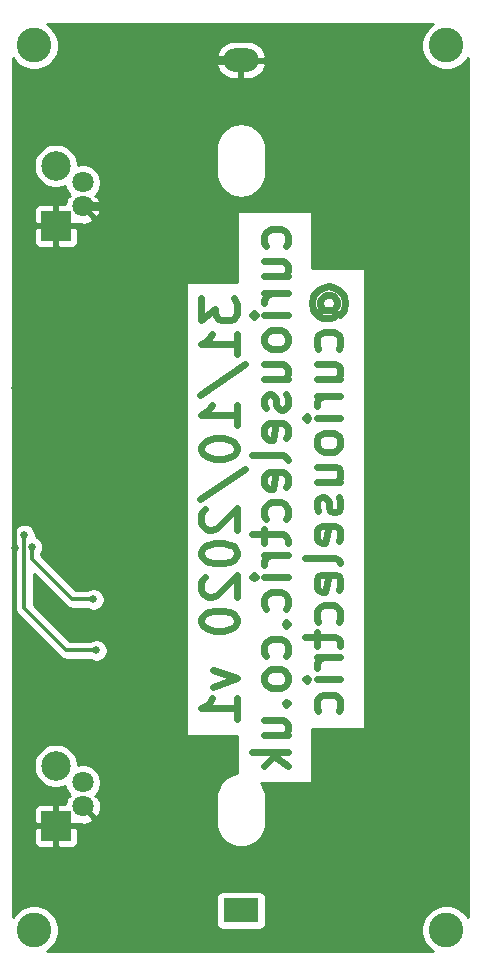
<source format=gbr>
G04 #@! TF.GenerationSoftware,KiCad,Pcbnew,(5.1.0)-1*
G04 #@! TF.CreationDate,2020-11-16T17:57:15+00:00*
G04 #@! TF.ProjectId,SolarCharger2020,536f6c61-7243-4686-9172-676572323032,rev?*
G04 #@! TF.SameCoordinates,PX5d42830PY7b89fa0*
G04 #@! TF.FileFunction,Copper,L2,Bot*
G04 #@! TF.FilePolarity,Positive*
%FSLAX46Y46*%
G04 Gerber Fmt 4.6, Leading zero omitted, Abs format (unit mm)*
G04 Created by KiCad (PCBNEW (5.1.0)-1) date 2020-11-16 17:57:15*
%MOMM*%
%LPD*%
G04 APERTURE LIST*
%ADD10C,0.600000*%
%ADD11R,3.000000X2.000000*%
%ADD12O,3.000000X2.000000*%
%ADD13C,1.800000*%
%ADD14C,2.499360*%
%ADD15R,2.499360X2.499360*%
%ADD16C,2.934700*%
%ADD17C,0.635000*%
%ADD18C,0.300000*%
%ADD19C,0.762000*%
%ADD20C,0.254000*%
G04 APERTURE END LIST*
D10*
X35822142Y52274143D02*
X35822142Y50417000D01*
X36965000Y51417000D01*
X36965000Y50988429D01*
X37107857Y50702715D01*
X37250714Y50559858D01*
X37536428Y50417000D01*
X38250714Y50417000D01*
X38536428Y50559858D01*
X38679285Y50702715D01*
X38822142Y50988429D01*
X38822142Y51845572D01*
X38679285Y52131286D01*
X38536428Y52274143D01*
X38822142Y47559858D02*
X38822142Y49274143D01*
X38822142Y48417000D02*
X35822142Y48417000D01*
X36250714Y48702715D01*
X36536428Y48988429D01*
X36679285Y49274143D01*
X35679285Y44131286D02*
X39536428Y46702715D01*
X38822142Y41559858D02*
X38822142Y43274143D01*
X38822142Y42417000D02*
X35822142Y42417000D01*
X36250714Y42702715D01*
X36536428Y42988429D01*
X36679285Y43274143D01*
X35822142Y39702715D02*
X35822142Y39417000D01*
X35965000Y39131286D01*
X36107857Y38988429D01*
X36393571Y38845572D01*
X36965000Y38702715D01*
X37679285Y38702715D01*
X38250714Y38845572D01*
X38536428Y38988429D01*
X38679285Y39131286D01*
X38822142Y39417000D01*
X38822142Y39702715D01*
X38679285Y39988429D01*
X38536428Y40131286D01*
X38250714Y40274143D01*
X37679285Y40417000D01*
X36965000Y40417000D01*
X36393571Y40274143D01*
X36107857Y40131286D01*
X35965000Y39988429D01*
X35822142Y39702715D01*
X35679285Y35274143D02*
X39536428Y37845572D01*
X36107857Y34417000D02*
X35965000Y34274143D01*
X35822142Y33988429D01*
X35822142Y33274143D01*
X35965000Y32988429D01*
X36107857Y32845572D01*
X36393571Y32702715D01*
X36679285Y32702715D01*
X37107857Y32845572D01*
X38822142Y34559858D01*
X38822142Y32702715D01*
X35822142Y30845572D02*
X35822142Y30559858D01*
X35965000Y30274143D01*
X36107857Y30131286D01*
X36393571Y29988429D01*
X36965000Y29845572D01*
X37679285Y29845572D01*
X38250714Y29988429D01*
X38536428Y30131286D01*
X38679285Y30274143D01*
X38822142Y30559858D01*
X38822142Y30845572D01*
X38679285Y31131286D01*
X38536428Y31274143D01*
X38250714Y31417000D01*
X37679285Y31559858D01*
X36965000Y31559858D01*
X36393571Y31417000D01*
X36107857Y31274143D01*
X35965000Y31131286D01*
X35822142Y30845572D01*
X36107857Y28702715D02*
X35965000Y28559858D01*
X35822142Y28274143D01*
X35822142Y27559858D01*
X35965000Y27274143D01*
X36107857Y27131286D01*
X36393571Y26988429D01*
X36679285Y26988429D01*
X37107857Y27131286D01*
X38822142Y28845572D01*
X38822142Y26988429D01*
X35822142Y25131286D02*
X35822142Y24845572D01*
X35965000Y24559858D01*
X36107857Y24417000D01*
X36393571Y24274143D01*
X36965000Y24131286D01*
X37679285Y24131286D01*
X38250714Y24274143D01*
X38536428Y24417000D01*
X38679285Y24559858D01*
X38822142Y24845572D01*
X38822142Y25131286D01*
X38679285Y25417000D01*
X38536428Y25559858D01*
X38250714Y25702715D01*
X37679285Y25845572D01*
X36965000Y25845572D01*
X36393571Y25702715D01*
X36107857Y25559858D01*
X35965000Y25417000D01*
X35822142Y25131286D01*
X36822142Y20845572D02*
X38822142Y20131286D01*
X36822142Y19417000D01*
X38822142Y16702715D02*
X38822142Y18417000D01*
X38822142Y17559858D02*
X35822142Y17559858D01*
X36250714Y17845572D01*
X36536428Y18131286D01*
X36679285Y18417000D01*
X42997285Y56718715D02*
X43140142Y57004429D01*
X43140142Y57575858D01*
X42997285Y57861572D01*
X42854428Y58004429D01*
X42568714Y58147286D01*
X41711571Y58147286D01*
X41425857Y58004429D01*
X41283000Y57861572D01*
X41140142Y57575858D01*
X41140142Y57004429D01*
X41283000Y56718715D01*
X41140142Y54147286D02*
X43140142Y54147286D01*
X41140142Y55433000D02*
X42711571Y55433000D01*
X42997285Y55290143D01*
X43140142Y55004429D01*
X43140142Y54575858D01*
X42997285Y54290143D01*
X42854428Y54147286D01*
X43140142Y52718715D02*
X41140142Y52718715D01*
X41711571Y52718715D02*
X41425857Y52575858D01*
X41283000Y52433000D01*
X41140142Y52147286D01*
X41140142Y51861572D01*
X43140142Y50861572D02*
X41140142Y50861572D01*
X40140142Y50861572D02*
X40283000Y51004429D01*
X40425857Y50861572D01*
X40283000Y50718715D01*
X40140142Y50861572D01*
X40425857Y50861572D01*
X43140142Y49004429D02*
X42997285Y49290143D01*
X42854428Y49433000D01*
X42568714Y49575858D01*
X41711571Y49575858D01*
X41425857Y49433000D01*
X41283000Y49290143D01*
X41140142Y49004429D01*
X41140142Y48575858D01*
X41283000Y48290143D01*
X41425857Y48147286D01*
X41711571Y48004429D01*
X42568714Y48004429D01*
X42854428Y48147286D01*
X42997285Y48290143D01*
X43140142Y48575858D01*
X43140142Y49004429D01*
X41140142Y45433000D02*
X43140142Y45433000D01*
X41140142Y46718715D02*
X42711571Y46718715D01*
X42997285Y46575858D01*
X43140142Y46290143D01*
X43140142Y45861572D01*
X42997285Y45575858D01*
X42854428Y45433000D01*
X42997285Y44147286D02*
X43140142Y43861572D01*
X43140142Y43290143D01*
X42997285Y43004429D01*
X42711571Y42861572D01*
X42568714Y42861572D01*
X42283000Y43004429D01*
X42140142Y43290143D01*
X42140142Y43718715D01*
X41997285Y44004429D01*
X41711571Y44147286D01*
X41568714Y44147286D01*
X41283000Y44004429D01*
X41140142Y43718715D01*
X41140142Y43290143D01*
X41283000Y43004429D01*
X42997285Y40433000D02*
X43140142Y40718715D01*
X43140142Y41290143D01*
X42997285Y41575858D01*
X42711571Y41718715D01*
X41568714Y41718715D01*
X41283000Y41575858D01*
X41140142Y41290143D01*
X41140142Y40718715D01*
X41283000Y40433000D01*
X41568714Y40290143D01*
X41854428Y40290143D01*
X42140142Y41718715D01*
X43140142Y38575858D02*
X42997285Y38861572D01*
X42711571Y39004429D01*
X40140142Y39004429D01*
X42997285Y36290143D02*
X43140142Y36575858D01*
X43140142Y37147286D01*
X42997285Y37433000D01*
X42711571Y37575858D01*
X41568714Y37575858D01*
X41283000Y37433000D01*
X41140142Y37147286D01*
X41140142Y36575858D01*
X41283000Y36290143D01*
X41568714Y36147286D01*
X41854428Y36147286D01*
X42140142Y37575858D01*
X42997285Y33575858D02*
X43140142Y33861572D01*
X43140142Y34433000D01*
X42997285Y34718715D01*
X42854428Y34861572D01*
X42568714Y35004429D01*
X41711571Y35004429D01*
X41425857Y34861572D01*
X41283000Y34718715D01*
X41140142Y34433000D01*
X41140142Y33861572D01*
X41283000Y33575858D01*
X41140142Y32718715D02*
X41140142Y31575858D01*
X40140142Y32290143D02*
X42711571Y32290143D01*
X42997285Y32147286D01*
X43140142Y31861572D01*
X43140142Y31575858D01*
X43140142Y30575858D02*
X41140142Y30575858D01*
X41711571Y30575858D02*
X41425857Y30433000D01*
X41283000Y30290143D01*
X41140142Y30004429D01*
X41140142Y29718715D01*
X43140142Y28718715D02*
X41140142Y28718715D01*
X40140142Y28718715D02*
X40283000Y28861572D01*
X40425857Y28718715D01*
X40283000Y28575858D01*
X40140142Y28718715D01*
X40425857Y28718715D01*
X42997285Y26004429D02*
X43140142Y26290143D01*
X43140142Y26861572D01*
X42997285Y27147286D01*
X42854428Y27290143D01*
X42568714Y27433000D01*
X41711571Y27433000D01*
X41425857Y27290143D01*
X41283000Y27147286D01*
X41140142Y26861572D01*
X41140142Y26290143D01*
X41283000Y26004429D01*
X42854428Y24718715D02*
X42997285Y24575858D01*
X43140142Y24718715D01*
X42997285Y24861572D01*
X42854428Y24718715D01*
X43140142Y24718715D01*
X42997285Y22004429D02*
X43140142Y22290143D01*
X43140142Y22861572D01*
X42997285Y23147286D01*
X42854428Y23290143D01*
X42568714Y23433000D01*
X41711571Y23433000D01*
X41425857Y23290143D01*
X41283000Y23147286D01*
X41140142Y22861572D01*
X41140142Y22290143D01*
X41283000Y22004429D01*
X43140142Y20290143D02*
X42997285Y20575858D01*
X42854428Y20718715D01*
X42568714Y20861572D01*
X41711571Y20861572D01*
X41425857Y20718715D01*
X41283000Y20575858D01*
X41140142Y20290143D01*
X41140142Y19861572D01*
X41283000Y19575858D01*
X41425857Y19433000D01*
X41711571Y19290143D01*
X42568714Y19290143D01*
X42854428Y19433000D01*
X42997285Y19575858D01*
X43140142Y19861572D01*
X43140142Y20290143D01*
X42854428Y18004429D02*
X42997285Y17861572D01*
X43140142Y18004429D01*
X42997285Y18147286D01*
X42854428Y18004429D01*
X43140142Y18004429D01*
X41140142Y15290143D02*
X43140142Y15290143D01*
X41140142Y16575858D02*
X42711571Y16575858D01*
X42997285Y16433000D01*
X43140142Y16147286D01*
X43140142Y15718715D01*
X42997285Y15433000D01*
X42854428Y15290143D01*
X43140142Y13861572D02*
X40140142Y13861572D01*
X41997285Y13575858D02*
X43140142Y12718715D01*
X41140142Y12718715D02*
X42283000Y13861572D01*
X46156571Y51306000D02*
X46013714Y51448858D01*
X45870857Y51734572D01*
X45870857Y52020286D01*
X46013714Y52306000D01*
X46156571Y52448858D01*
X46442285Y52591715D01*
X46728000Y52591715D01*
X47013714Y52448858D01*
X47156571Y52306000D01*
X47299428Y52020286D01*
X47299428Y51734572D01*
X47156571Y51448858D01*
X47013714Y51306000D01*
X45870857Y51306000D02*
X47013714Y51306000D01*
X47156571Y51163143D01*
X47156571Y51020286D01*
X47013714Y50734572D01*
X46728000Y50591715D01*
X46013714Y50591715D01*
X45585142Y50877429D01*
X45299428Y51306000D01*
X45156571Y51877429D01*
X45299428Y52448858D01*
X45585142Y52877429D01*
X46013714Y53163143D01*
X46585142Y53306000D01*
X47156571Y53163143D01*
X47585142Y52877429D01*
X47870857Y52448858D01*
X48013714Y51877429D01*
X47870857Y51306000D01*
X47585142Y50877429D01*
X47442285Y48020286D02*
X47585142Y48306000D01*
X47585142Y48877429D01*
X47442285Y49163143D01*
X47299428Y49306000D01*
X47013714Y49448858D01*
X46156571Y49448858D01*
X45870857Y49306000D01*
X45728000Y49163143D01*
X45585142Y48877429D01*
X45585142Y48306000D01*
X45728000Y48020286D01*
X45585142Y45448858D02*
X47585142Y45448858D01*
X45585142Y46734572D02*
X47156571Y46734572D01*
X47442285Y46591715D01*
X47585142Y46306000D01*
X47585142Y45877429D01*
X47442285Y45591715D01*
X47299428Y45448858D01*
X47585142Y44020286D02*
X45585142Y44020286D01*
X46156571Y44020286D02*
X45870857Y43877429D01*
X45728000Y43734572D01*
X45585142Y43448858D01*
X45585142Y43163143D01*
X47585142Y42163143D02*
X45585142Y42163143D01*
X44585142Y42163143D02*
X44728000Y42306000D01*
X44870857Y42163143D01*
X44728000Y42020286D01*
X44585142Y42163143D01*
X44870857Y42163143D01*
X47585142Y40306000D02*
X47442285Y40591715D01*
X47299428Y40734572D01*
X47013714Y40877429D01*
X46156571Y40877429D01*
X45870857Y40734572D01*
X45728000Y40591715D01*
X45585142Y40306000D01*
X45585142Y39877429D01*
X45728000Y39591715D01*
X45870857Y39448858D01*
X46156571Y39306000D01*
X47013714Y39306000D01*
X47299428Y39448858D01*
X47442285Y39591715D01*
X47585142Y39877429D01*
X47585142Y40306000D01*
X45585142Y36734572D02*
X47585142Y36734572D01*
X45585142Y38020286D02*
X47156571Y38020286D01*
X47442285Y37877429D01*
X47585142Y37591715D01*
X47585142Y37163143D01*
X47442285Y36877429D01*
X47299428Y36734572D01*
X47442285Y35448858D02*
X47585142Y35163143D01*
X47585142Y34591715D01*
X47442285Y34306000D01*
X47156571Y34163143D01*
X47013714Y34163143D01*
X46728000Y34306000D01*
X46585142Y34591715D01*
X46585142Y35020286D01*
X46442285Y35306000D01*
X46156571Y35448858D01*
X46013714Y35448858D01*
X45728000Y35306000D01*
X45585142Y35020286D01*
X45585142Y34591715D01*
X45728000Y34306000D01*
X47442285Y31734572D02*
X47585142Y32020286D01*
X47585142Y32591715D01*
X47442285Y32877429D01*
X47156571Y33020286D01*
X46013714Y33020286D01*
X45728000Y32877429D01*
X45585142Y32591715D01*
X45585142Y32020286D01*
X45728000Y31734572D01*
X46013714Y31591715D01*
X46299428Y31591715D01*
X46585142Y33020286D01*
X47585142Y29877429D02*
X47442285Y30163143D01*
X47156571Y30306000D01*
X44585142Y30306000D01*
X47442285Y27591715D02*
X47585142Y27877429D01*
X47585142Y28448858D01*
X47442285Y28734572D01*
X47156571Y28877429D01*
X46013714Y28877429D01*
X45728000Y28734572D01*
X45585142Y28448858D01*
X45585142Y27877429D01*
X45728000Y27591715D01*
X46013714Y27448858D01*
X46299428Y27448858D01*
X46585142Y28877429D01*
X47442285Y24877429D02*
X47585142Y25163143D01*
X47585142Y25734572D01*
X47442285Y26020286D01*
X47299428Y26163143D01*
X47013714Y26306000D01*
X46156571Y26306000D01*
X45870857Y26163143D01*
X45728000Y26020286D01*
X45585142Y25734572D01*
X45585142Y25163143D01*
X45728000Y24877429D01*
X45585142Y24020286D02*
X45585142Y22877429D01*
X44585142Y23591715D02*
X47156571Y23591715D01*
X47442285Y23448858D01*
X47585142Y23163143D01*
X47585142Y22877429D01*
X47585142Y21877429D02*
X45585142Y21877429D01*
X46156571Y21877429D02*
X45870857Y21734572D01*
X45728000Y21591715D01*
X45585142Y21306000D01*
X45585142Y21020286D01*
X47585142Y20020286D02*
X45585142Y20020286D01*
X44585142Y20020286D02*
X44728000Y20163143D01*
X44870857Y20020286D01*
X44728000Y19877429D01*
X44585142Y20020286D01*
X44870857Y20020286D01*
X47442285Y17306000D02*
X47585142Y17591715D01*
X47585142Y18163143D01*
X47442285Y18448858D01*
X47299428Y18591715D01*
X47013714Y18734572D01*
X46156571Y18734572D01*
X45870857Y18591715D01*
X45728000Y18448858D01*
X45585142Y18163143D01*
X45585142Y17591715D01*
X45728000Y17306000D01*
D11*
X39165000Y460000D03*
D12*
X39165000Y72460000D03*
D13*
X25781000Y62103000D03*
X25781000Y60071000D03*
D14*
X23495000Y63500000D03*
D15*
X23495000Y58420000D03*
D13*
X25781000Y11303000D03*
X25781000Y9271000D03*
D14*
X23495000Y12700000D03*
D15*
X23495000Y7620000D03*
D16*
X21656293Y73695520D03*
X56549919Y73695520D03*
X56549919Y-1198105D03*
X21656293Y-1198105D03*
D17*
X20066000Y31115000D03*
X20066000Y44704000D03*
X26924000Y22479000D03*
X20828000Y32258000D03*
X21463000Y31242000D03*
X26670000Y26797000D03*
D18*
X20066000Y31115000D02*
X20066000Y44704000D01*
D19*
X35630000Y72460000D02*
X39165000Y72460000D01*
X32512000Y69342000D02*
X35630000Y72460000D01*
X32512000Y62738000D02*
X32512000Y69342000D01*
X29845000Y60071000D02*
X32512000Y62738000D01*
X25781000Y60071000D02*
X29845000Y60071000D01*
D18*
X26924000Y22479000D02*
X24384000Y22479000D01*
X24384000Y22479000D02*
X20828000Y26035000D01*
X20828000Y26035000D02*
X20828000Y32258000D01*
X21463000Y31242000D02*
X21463000Y30226000D01*
X21463000Y30226000D02*
X24892000Y26797000D01*
X24892000Y26797000D02*
X26670000Y26797000D01*
D20*
G36*
X55209749Y75328522D02*
G01*
X54916917Y75035690D01*
X54686841Y74691356D01*
X54528361Y74308753D01*
X54447569Y73902583D01*
X54447569Y73488457D01*
X54528361Y73082287D01*
X54686841Y72699684D01*
X54916917Y72355350D01*
X55209749Y72062518D01*
X55554083Y71832442D01*
X55936686Y71673962D01*
X56342856Y71593170D01*
X56756982Y71593170D01*
X57163152Y71673962D01*
X57545755Y71832442D01*
X57890089Y72062518D01*
X58182921Y72355350D01*
X58347500Y72601661D01*
X58347501Y-104247D01*
X58182921Y142065D01*
X57890089Y434897D01*
X57545755Y664973D01*
X57163152Y823453D01*
X56756982Y904245D01*
X56342856Y904245D01*
X55936686Y823453D01*
X55554083Y664973D01*
X55209749Y434897D01*
X54916917Y142065D01*
X54686841Y-202269D01*
X54528361Y-584872D01*
X54447569Y-991042D01*
X54447569Y-1405168D01*
X54528361Y-1811338D01*
X54686841Y-2193941D01*
X54916917Y-2538275D01*
X55209749Y-2831107D01*
X55456080Y-2995700D01*
X22750132Y-2995700D01*
X22996463Y-2831107D01*
X23289295Y-2538275D01*
X23519371Y-2193941D01*
X23677851Y-1811338D01*
X23758643Y-1405168D01*
X23758643Y-991042D01*
X23677851Y-584872D01*
X23519371Y-202269D01*
X23289295Y142065D01*
X22996463Y434897D01*
X22652129Y664973D01*
X22269526Y823453D01*
X21863356Y904245D01*
X21449230Y904245D01*
X21043060Y823453D01*
X20660457Y664973D01*
X20316123Y434897D01*
X20023291Y142065D01*
X19858700Y-104264D01*
X19858700Y1460000D01*
X37026928Y1460000D01*
X37026928Y-540000D01*
X37039188Y-664482D01*
X37075498Y-784180D01*
X37134463Y-894494D01*
X37213815Y-991185D01*
X37310506Y-1070537D01*
X37420820Y-1129502D01*
X37540518Y-1165812D01*
X37665000Y-1178072D01*
X40665000Y-1178072D01*
X40789482Y-1165812D01*
X40909180Y-1129502D01*
X41019494Y-1070537D01*
X41116185Y-991185D01*
X41195537Y-894494D01*
X41254502Y-784180D01*
X41290812Y-664482D01*
X41303072Y-540000D01*
X41303072Y1460000D01*
X41290812Y1584482D01*
X41254502Y1704180D01*
X41195537Y1814494D01*
X41116185Y1911185D01*
X41019494Y1990537D01*
X40909180Y2049502D01*
X40789482Y2085812D01*
X40665000Y2098072D01*
X37665000Y2098072D01*
X37540518Y2085812D01*
X37420820Y2049502D01*
X37310506Y1990537D01*
X37213815Y1911185D01*
X37134463Y1814494D01*
X37075498Y1704180D01*
X37039188Y1584482D01*
X37026928Y1460000D01*
X19858700Y1460000D01*
X19858700Y6370320D01*
X21607248Y6370320D01*
X21619508Y6245838D01*
X21655818Y6126140D01*
X21714783Y6015826D01*
X21794135Y5919135D01*
X21890826Y5839783D01*
X22001140Y5780818D01*
X22120838Y5744508D01*
X22245320Y5732248D01*
X23209250Y5735320D01*
X23368000Y5894070D01*
X23368000Y7493000D01*
X23622000Y7493000D01*
X23622000Y5894070D01*
X23780750Y5735320D01*
X24744680Y5732248D01*
X24869162Y5744508D01*
X24988860Y5780818D01*
X25099174Y5839783D01*
X25195865Y5919135D01*
X25275217Y6015826D01*
X25334182Y6126140D01*
X25370492Y6245838D01*
X25382752Y6370320D01*
X25379680Y7334250D01*
X25220930Y7493000D01*
X23622000Y7493000D01*
X23368000Y7493000D01*
X21769070Y7493000D01*
X21610320Y7334250D01*
X21607248Y6370320D01*
X19858700Y6370320D01*
X19858700Y8869680D01*
X21607248Y8869680D01*
X21610320Y7905750D01*
X21769070Y7747000D01*
X23368000Y7747000D01*
X23368000Y9345930D01*
X23209250Y9504680D01*
X22245320Y9507752D01*
X22120838Y9495492D01*
X22001140Y9459182D01*
X21890826Y9400217D01*
X21794135Y9320865D01*
X21714783Y9224174D01*
X21655818Y9113860D01*
X21619508Y8994162D01*
X21607248Y8869680D01*
X19858700Y8869680D01*
X19858700Y12885625D01*
X21610320Y12885625D01*
X21610320Y12514375D01*
X21682747Y12150259D01*
X21824818Y11807269D01*
X22031074Y11498587D01*
X22293587Y11236074D01*
X22602269Y11029818D01*
X22945259Y10887747D01*
X23309375Y10815320D01*
X23680625Y10815320D01*
X24044741Y10887747D01*
X24279208Y10984866D01*
X24304989Y10855257D01*
X24420701Y10575905D01*
X24588688Y10324495D01*
X24621366Y10291817D01*
X24600970Y10271422D01*
X24716918Y10155474D01*
X24462739Y10071792D01*
X24331842Y9799225D01*
X24256635Y9506358D01*
X24256626Y9506197D01*
X23780750Y9504680D01*
X23622000Y9345930D01*
X23622000Y7747000D01*
X25220930Y7747000D01*
X25286987Y7813057D01*
X25545642Y7746635D01*
X25847553Y7730009D01*
X26146907Y7772603D01*
X26432199Y7872778D01*
X26581792Y7952739D01*
X26665475Y8206920D01*
X25781000Y9091395D01*
X25766858Y9077252D01*
X25587253Y9256857D01*
X25601395Y9271000D01*
X25587253Y9285142D01*
X25766858Y9464747D01*
X25781000Y9450605D01*
X25795143Y9464747D01*
X25974748Y9285142D01*
X25960605Y9271000D01*
X26845080Y8386525D01*
X27099261Y8470208D01*
X27230158Y8742775D01*
X27305365Y9035642D01*
X27321991Y9337553D01*
X27279397Y9636907D01*
X27179222Y9922199D01*
X27099261Y10071792D01*
X26845082Y10155474D01*
X26961030Y10271422D01*
X26940635Y10291817D01*
X26973312Y10324495D01*
X27141299Y10575905D01*
X27257011Y10855257D01*
X27316000Y11151816D01*
X27316000Y11454184D01*
X27257011Y11750743D01*
X27141299Y12030095D01*
X26973312Y12281505D01*
X26759505Y12495312D01*
X26508095Y12663299D01*
X26228743Y12779011D01*
X25932184Y12838000D01*
X25629816Y12838000D01*
X25379680Y12788245D01*
X25379680Y12885625D01*
X25307253Y13249741D01*
X25165182Y13592731D01*
X24958926Y13901413D01*
X24696413Y14163926D01*
X24387731Y14370182D01*
X24044741Y14512253D01*
X23680625Y14584680D01*
X23309375Y14584680D01*
X22945259Y14512253D01*
X22602269Y14370182D01*
X22293587Y14163926D01*
X22031074Y13901413D01*
X21824818Y13592731D01*
X21682747Y13249741D01*
X21610320Y12885625D01*
X19858700Y12885625D01*
X19858700Y32351813D01*
X19875500Y32351813D01*
X19875500Y32164187D01*
X19912104Y31980166D01*
X19983905Y31806822D01*
X20043001Y31718379D01*
X20043000Y26073553D01*
X20039203Y26035000D01*
X20043000Y25996447D01*
X20043000Y25996440D01*
X20054359Y25881114D01*
X20099246Y25733141D01*
X20172138Y25596768D01*
X20270236Y25477236D01*
X20300190Y25452653D01*
X23801658Y21951184D01*
X23826236Y21921236D01*
X23856184Y21896658D01*
X23856187Y21896655D01*
X23885559Y21872550D01*
X23945767Y21823138D01*
X24082140Y21750246D01*
X24195672Y21715806D01*
X24230112Y21705359D01*
X24244490Y21703943D01*
X24345439Y21694000D01*
X24345446Y21694000D01*
X24383999Y21690203D01*
X24422552Y21694000D01*
X26384380Y21694000D01*
X26472822Y21634905D01*
X26646166Y21563104D01*
X26830187Y21526500D01*
X27017813Y21526500D01*
X27201834Y21563104D01*
X27375178Y21634905D01*
X27531184Y21739145D01*
X27663855Y21871816D01*
X27768095Y22027822D01*
X27839896Y22201166D01*
X27876500Y22385187D01*
X27876500Y22572813D01*
X27839896Y22756834D01*
X27768095Y22930178D01*
X27663855Y23086184D01*
X27531184Y23218855D01*
X27375178Y23323095D01*
X27201834Y23394896D01*
X27017813Y23431500D01*
X26830187Y23431500D01*
X26646166Y23394896D01*
X26472822Y23323095D01*
X26384380Y23264000D01*
X24709158Y23264000D01*
X21613000Y26360157D01*
X21613000Y28965843D01*
X24309658Y26269184D01*
X24334236Y26239236D01*
X24364184Y26214658D01*
X24364187Y26214655D01*
X24393559Y26190550D01*
X24453767Y26141138D01*
X24590140Y26068246D01*
X24699738Y26035000D01*
X24738112Y26023359D01*
X24752490Y26021943D01*
X24853439Y26012000D01*
X24853446Y26012000D01*
X24891999Y26008203D01*
X24930552Y26012000D01*
X26130380Y26012000D01*
X26218822Y25952905D01*
X26392166Y25881104D01*
X26576187Y25844500D01*
X26763813Y25844500D01*
X26947834Y25881104D01*
X27121178Y25952905D01*
X27277184Y26057145D01*
X27409855Y26189816D01*
X27514095Y26345822D01*
X27585896Y26519166D01*
X27622500Y26703187D01*
X27622500Y26890813D01*
X27585896Y27074834D01*
X27514095Y27248178D01*
X27409855Y27404184D01*
X27277184Y27536855D01*
X27121178Y27641095D01*
X26947834Y27712896D01*
X26763813Y27749500D01*
X26576187Y27749500D01*
X26392166Y27712896D01*
X26218822Y27641095D01*
X26130380Y27582000D01*
X25217158Y27582000D01*
X22248000Y30551157D01*
X22248000Y30702380D01*
X22307095Y30790822D01*
X22378896Y30964166D01*
X22415500Y31148187D01*
X22415500Y31335813D01*
X22378896Y31519834D01*
X22307095Y31693178D01*
X22202855Y31849184D01*
X22070184Y31981855D01*
X21914178Y32086095D01*
X21776325Y32143195D01*
X21780500Y32164187D01*
X21780500Y32351813D01*
X21743896Y32535834D01*
X21672095Y32709178D01*
X21567855Y32865184D01*
X21435184Y32997855D01*
X21279178Y33102095D01*
X21105834Y33173896D01*
X20921813Y33210500D01*
X20734187Y33210500D01*
X20550166Y33173896D01*
X20376822Y33102095D01*
X20220816Y32997855D01*
X20088145Y32865184D01*
X19983905Y32709178D01*
X19912104Y32535834D01*
X19875500Y32351813D01*
X19858700Y32351813D01*
X19858700Y53637715D01*
X34520000Y53637715D01*
X34520000Y15196286D01*
X38838000Y15196286D01*
X38838000Y12073123D01*
X38746467Y12064108D01*
X38344018Y11942026D01*
X37973119Y11743777D01*
X37648023Y11476977D01*
X37381223Y11151881D01*
X37182974Y10780981D01*
X37060892Y10378532D01*
X37030000Y10064881D01*
X37030000Y7855118D01*
X37060892Y7541467D01*
X37182975Y7139018D01*
X37381224Y6768119D01*
X37648024Y6443023D01*
X37973120Y6176223D01*
X38344019Y5977974D01*
X38746468Y5855892D01*
X39165000Y5814670D01*
X39583533Y5855892D01*
X39985982Y5977974D01*
X40356881Y6176223D01*
X40681977Y6443023D01*
X40948777Y6768119D01*
X41147026Y7139018D01*
X41269108Y7541467D01*
X41300000Y7855118D01*
X41300000Y10064882D01*
X41269108Y10378533D01*
X41147026Y10780982D01*
X40948777Y11151881D01*
X40899204Y11212286D01*
X45208000Y11212286D01*
X45208000Y15799572D01*
X49653000Y15799572D01*
X49653000Y54812429D01*
X45208000Y54812429D01*
X45208000Y59653715D01*
X38838000Y59653715D01*
X38838000Y53637715D01*
X34520000Y53637715D01*
X19858700Y53637715D01*
X19858700Y57170320D01*
X21607248Y57170320D01*
X21619508Y57045838D01*
X21655818Y56926140D01*
X21714783Y56815826D01*
X21794135Y56719135D01*
X21890826Y56639783D01*
X22001140Y56580818D01*
X22120838Y56544508D01*
X22245320Y56532248D01*
X23209250Y56535320D01*
X23368000Y56694070D01*
X23368000Y58293000D01*
X23622000Y58293000D01*
X23622000Y56694070D01*
X23780750Y56535320D01*
X24744680Y56532248D01*
X24869162Y56544508D01*
X24988860Y56580818D01*
X25099174Y56639783D01*
X25195865Y56719135D01*
X25275217Y56815826D01*
X25334182Y56926140D01*
X25370492Y57045838D01*
X25382752Y57170320D01*
X25379680Y58134250D01*
X25220930Y58293000D01*
X23622000Y58293000D01*
X23368000Y58293000D01*
X21769070Y58293000D01*
X21610320Y58134250D01*
X21607248Y57170320D01*
X19858700Y57170320D01*
X19858700Y59669680D01*
X21607248Y59669680D01*
X21610320Y58705750D01*
X21769070Y58547000D01*
X23368000Y58547000D01*
X23368000Y60145930D01*
X23209250Y60304680D01*
X22245320Y60307752D01*
X22120838Y60295492D01*
X22001140Y60259182D01*
X21890826Y60200217D01*
X21794135Y60120865D01*
X21714783Y60024174D01*
X21655818Y59913860D01*
X21619508Y59794162D01*
X21607248Y59669680D01*
X19858700Y59669680D01*
X19858700Y63685625D01*
X21610320Y63685625D01*
X21610320Y63314375D01*
X21682747Y62950259D01*
X21824818Y62607269D01*
X22031074Y62298587D01*
X22293587Y62036074D01*
X22602269Y61829818D01*
X22945259Y61687747D01*
X23309375Y61615320D01*
X23680625Y61615320D01*
X24044741Y61687747D01*
X24279208Y61784866D01*
X24304989Y61655257D01*
X24420701Y61375905D01*
X24588688Y61124495D01*
X24621366Y61091817D01*
X24600970Y61071422D01*
X24716918Y60955474D01*
X24462739Y60871792D01*
X24331842Y60599225D01*
X24256635Y60306358D01*
X24256626Y60306197D01*
X23780750Y60304680D01*
X23622000Y60145930D01*
X23622000Y58547000D01*
X25220930Y58547000D01*
X25286987Y58613057D01*
X25545642Y58546635D01*
X25847553Y58530009D01*
X26146907Y58572603D01*
X26432199Y58672778D01*
X26581792Y58752739D01*
X26665475Y59006920D01*
X25781000Y59891395D01*
X25766858Y59877252D01*
X25587253Y60056857D01*
X25601395Y60071000D01*
X25587253Y60085142D01*
X25766858Y60264747D01*
X25781000Y60250605D01*
X25795143Y60264747D01*
X25974748Y60085142D01*
X25960605Y60071000D01*
X26845080Y59186525D01*
X27099261Y59270208D01*
X27230158Y59542775D01*
X27305365Y59835642D01*
X27321991Y60137553D01*
X27279397Y60436907D01*
X27179222Y60722199D01*
X27099261Y60871792D01*
X26845082Y60955474D01*
X26961030Y61071422D01*
X26940635Y61091817D01*
X26973312Y61124495D01*
X27141299Y61375905D01*
X27257011Y61655257D01*
X27316000Y61951816D01*
X27316000Y62254184D01*
X27257011Y62550743D01*
X27141299Y62830095D01*
X26973312Y63081505D01*
X26759505Y63295312D01*
X26508095Y63463299D01*
X26228743Y63579011D01*
X25932184Y63638000D01*
X25629816Y63638000D01*
X25379680Y63588245D01*
X25379680Y63685625D01*
X25307253Y64049741D01*
X25165182Y64392731D01*
X24958926Y64701413D01*
X24696413Y64963926D01*
X24545325Y65064881D01*
X37030000Y65064881D01*
X37030000Y62855118D01*
X37060892Y62541467D01*
X37182975Y62139018D01*
X37381224Y61768119D01*
X37648024Y61443023D01*
X37973120Y61176223D01*
X38344019Y60977974D01*
X38746468Y60855892D01*
X39165000Y60814670D01*
X39583533Y60855892D01*
X39985982Y60977974D01*
X40356881Y61176223D01*
X40681977Y61443023D01*
X40948777Y61768119D01*
X41147026Y62139018D01*
X41269108Y62541467D01*
X41300000Y62855118D01*
X41300000Y65064882D01*
X41269108Y65378533D01*
X41147026Y65780982D01*
X40948777Y66151881D01*
X40681977Y66476977D01*
X40356881Y66743777D01*
X39985981Y66942026D01*
X39583532Y67064108D01*
X39165000Y67105330D01*
X38746467Y67064108D01*
X38344018Y66942026D01*
X37973119Y66743777D01*
X37648023Y66476977D01*
X37381223Y66151881D01*
X37182974Y65780981D01*
X37060892Y65378532D01*
X37030000Y65064881D01*
X24545325Y65064881D01*
X24387731Y65170182D01*
X24044741Y65312253D01*
X23680625Y65384680D01*
X23309375Y65384680D01*
X22945259Y65312253D01*
X22602269Y65170182D01*
X22293587Y64963926D01*
X22031074Y64701413D01*
X21824818Y64392731D01*
X21682747Y64049741D01*
X21610320Y63685625D01*
X19858700Y63685625D01*
X19858700Y72601679D01*
X20023291Y72355350D01*
X20316123Y72062518D01*
X20660457Y71832442D01*
X21043060Y71673962D01*
X21449230Y71593170D01*
X21863356Y71593170D01*
X22269526Y71673962D01*
X22652129Y71832442D01*
X22996463Y72062518D01*
X23013511Y72079566D01*
X37074876Y72079566D01*
X37105856Y71951645D01*
X37234990Y71657239D01*
X37419078Y71393683D01*
X37651046Y71171105D01*
X37921980Y70998058D01*
X38221468Y70881193D01*
X38538000Y70825000D01*
X39038000Y70825000D01*
X39038000Y72333000D01*
X39292000Y72333000D01*
X39292000Y70825000D01*
X39792000Y70825000D01*
X40108532Y70881193D01*
X40408020Y70998058D01*
X40678954Y71171105D01*
X40910922Y71393683D01*
X41095010Y71657239D01*
X41224144Y71951645D01*
X41255124Y72079566D01*
X41135777Y72333000D01*
X39292000Y72333000D01*
X39038000Y72333000D01*
X37194223Y72333000D01*
X37074876Y72079566D01*
X23013511Y72079566D01*
X23289295Y72355350D01*
X23519371Y72699684D01*
X23577671Y72840434D01*
X37074876Y72840434D01*
X37194223Y72587000D01*
X39038000Y72587000D01*
X39038000Y72607000D01*
X39292000Y72607000D01*
X39292000Y72587000D01*
X41135777Y72587000D01*
X41255124Y72840434D01*
X41224144Y72968355D01*
X41095010Y73262761D01*
X40910922Y73526317D01*
X40678954Y73748895D01*
X40408020Y73921942D01*
X40108532Y74038807D01*
X39792000Y74095000D01*
X38538000Y74095000D01*
X38221468Y74038807D01*
X37921980Y73921942D01*
X37651046Y73748895D01*
X37419078Y73526317D01*
X37234990Y73262761D01*
X37105856Y72968355D01*
X37074876Y72840434D01*
X23577671Y72840434D01*
X23677851Y73082287D01*
X23758643Y73488457D01*
X23758643Y73902583D01*
X23677851Y74308753D01*
X23519371Y74691356D01*
X23289295Y75035690D01*
X22996463Y75328522D01*
X22750139Y75493110D01*
X55456073Y75493110D01*
X55209749Y75328522D01*
X55209749Y75328522D01*
G37*
X55209749Y75328522D02*
X54916917Y75035690D01*
X54686841Y74691356D01*
X54528361Y74308753D01*
X54447569Y73902583D01*
X54447569Y73488457D01*
X54528361Y73082287D01*
X54686841Y72699684D01*
X54916917Y72355350D01*
X55209749Y72062518D01*
X55554083Y71832442D01*
X55936686Y71673962D01*
X56342856Y71593170D01*
X56756982Y71593170D01*
X57163152Y71673962D01*
X57545755Y71832442D01*
X57890089Y72062518D01*
X58182921Y72355350D01*
X58347500Y72601661D01*
X58347501Y-104247D01*
X58182921Y142065D01*
X57890089Y434897D01*
X57545755Y664973D01*
X57163152Y823453D01*
X56756982Y904245D01*
X56342856Y904245D01*
X55936686Y823453D01*
X55554083Y664973D01*
X55209749Y434897D01*
X54916917Y142065D01*
X54686841Y-202269D01*
X54528361Y-584872D01*
X54447569Y-991042D01*
X54447569Y-1405168D01*
X54528361Y-1811338D01*
X54686841Y-2193941D01*
X54916917Y-2538275D01*
X55209749Y-2831107D01*
X55456080Y-2995700D01*
X22750132Y-2995700D01*
X22996463Y-2831107D01*
X23289295Y-2538275D01*
X23519371Y-2193941D01*
X23677851Y-1811338D01*
X23758643Y-1405168D01*
X23758643Y-991042D01*
X23677851Y-584872D01*
X23519371Y-202269D01*
X23289295Y142065D01*
X22996463Y434897D01*
X22652129Y664973D01*
X22269526Y823453D01*
X21863356Y904245D01*
X21449230Y904245D01*
X21043060Y823453D01*
X20660457Y664973D01*
X20316123Y434897D01*
X20023291Y142065D01*
X19858700Y-104264D01*
X19858700Y1460000D01*
X37026928Y1460000D01*
X37026928Y-540000D01*
X37039188Y-664482D01*
X37075498Y-784180D01*
X37134463Y-894494D01*
X37213815Y-991185D01*
X37310506Y-1070537D01*
X37420820Y-1129502D01*
X37540518Y-1165812D01*
X37665000Y-1178072D01*
X40665000Y-1178072D01*
X40789482Y-1165812D01*
X40909180Y-1129502D01*
X41019494Y-1070537D01*
X41116185Y-991185D01*
X41195537Y-894494D01*
X41254502Y-784180D01*
X41290812Y-664482D01*
X41303072Y-540000D01*
X41303072Y1460000D01*
X41290812Y1584482D01*
X41254502Y1704180D01*
X41195537Y1814494D01*
X41116185Y1911185D01*
X41019494Y1990537D01*
X40909180Y2049502D01*
X40789482Y2085812D01*
X40665000Y2098072D01*
X37665000Y2098072D01*
X37540518Y2085812D01*
X37420820Y2049502D01*
X37310506Y1990537D01*
X37213815Y1911185D01*
X37134463Y1814494D01*
X37075498Y1704180D01*
X37039188Y1584482D01*
X37026928Y1460000D01*
X19858700Y1460000D01*
X19858700Y6370320D01*
X21607248Y6370320D01*
X21619508Y6245838D01*
X21655818Y6126140D01*
X21714783Y6015826D01*
X21794135Y5919135D01*
X21890826Y5839783D01*
X22001140Y5780818D01*
X22120838Y5744508D01*
X22245320Y5732248D01*
X23209250Y5735320D01*
X23368000Y5894070D01*
X23368000Y7493000D01*
X23622000Y7493000D01*
X23622000Y5894070D01*
X23780750Y5735320D01*
X24744680Y5732248D01*
X24869162Y5744508D01*
X24988860Y5780818D01*
X25099174Y5839783D01*
X25195865Y5919135D01*
X25275217Y6015826D01*
X25334182Y6126140D01*
X25370492Y6245838D01*
X25382752Y6370320D01*
X25379680Y7334250D01*
X25220930Y7493000D01*
X23622000Y7493000D01*
X23368000Y7493000D01*
X21769070Y7493000D01*
X21610320Y7334250D01*
X21607248Y6370320D01*
X19858700Y6370320D01*
X19858700Y8869680D01*
X21607248Y8869680D01*
X21610320Y7905750D01*
X21769070Y7747000D01*
X23368000Y7747000D01*
X23368000Y9345930D01*
X23209250Y9504680D01*
X22245320Y9507752D01*
X22120838Y9495492D01*
X22001140Y9459182D01*
X21890826Y9400217D01*
X21794135Y9320865D01*
X21714783Y9224174D01*
X21655818Y9113860D01*
X21619508Y8994162D01*
X21607248Y8869680D01*
X19858700Y8869680D01*
X19858700Y12885625D01*
X21610320Y12885625D01*
X21610320Y12514375D01*
X21682747Y12150259D01*
X21824818Y11807269D01*
X22031074Y11498587D01*
X22293587Y11236074D01*
X22602269Y11029818D01*
X22945259Y10887747D01*
X23309375Y10815320D01*
X23680625Y10815320D01*
X24044741Y10887747D01*
X24279208Y10984866D01*
X24304989Y10855257D01*
X24420701Y10575905D01*
X24588688Y10324495D01*
X24621366Y10291817D01*
X24600970Y10271422D01*
X24716918Y10155474D01*
X24462739Y10071792D01*
X24331842Y9799225D01*
X24256635Y9506358D01*
X24256626Y9506197D01*
X23780750Y9504680D01*
X23622000Y9345930D01*
X23622000Y7747000D01*
X25220930Y7747000D01*
X25286987Y7813057D01*
X25545642Y7746635D01*
X25847553Y7730009D01*
X26146907Y7772603D01*
X26432199Y7872778D01*
X26581792Y7952739D01*
X26665475Y8206920D01*
X25781000Y9091395D01*
X25766858Y9077252D01*
X25587253Y9256857D01*
X25601395Y9271000D01*
X25587253Y9285142D01*
X25766858Y9464747D01*
X25781000Y9450605D01*
X25795143Y9464747D01*
X25974748Y9285142D01*
X25960605Y9271000D01*
X26845080Y8386525D01*
X27099261Y8470208D01*
X27230158Y8742775D01*
X27305365Y9035642D01*
X27321991Y9337553D01*
X27279397Y9636907D01*
X27179222Y9922199D01*
X27099261Y10071792D01*
X26845082Y10155474D01*
X26961030Y10271422D01*
X26940635Y10291817D01*
X26973312Y10324495D01*
X27141299Y10575905D01*
X27257011Y10855257D01*
X27316000Y11151816D01*
X27316000Y11454184D01*
X27257011Y11750743D01*
X27141299Y12030095D01*
X26973312Y12281505D01*
X26759505Y12495312D01*
X26508095Y12663299D01*
X26228743Y12779011D01*
X25932184Y12838000D01*
X25629816Y12838000D01*
X25379680Y12788245D01*
X25379680Y12885625D01*
X25307253Y13249741D01*
X25165182Y13592731D01*
X24958926Y13901413D01*
X24696413Y14163926D01*
X24387731Y14370182D01*
X24044741Y14512253D01*
X23680625Y14584680D01*
X23309375Y14584680D01*
X22945259Y14512253D01*
X22602269Y14370182D01*
X22293587Y14163926D01*
X22031074Y13901413D01*
X21824818Y13592731D01*
X21682747Y13249741D01*
X21610320Y12885625D01*
X19858700Y12885625D01*
X19858700Y32351813D01*
X19875500Y32351813D01*
X19875500Y32164187D01*
X19912104Y31980166D01*
X19983905Y31806822D01*
X20043001Y31718379D01*
X20043000Y26073553D01*
X20039203Y26035000D01*
X20043000Y25996447D01*
X20043000Y25996440D01*
X20054359Y25881114D01*
X20099246Y25733141D01*
X20172138Y25596768D01*
X20270236Y25477236D01*
X20300190Y25452653D01*
X23801658Y21951184D01*
X23826236Y21921236D01*
X23856184Y21896658D01*
X23856187Y21896655D01*
X23885559Y21872550D01*
X23945767Y21823138D01*
X24082140Y21750246D01*
X24195672Y21715806D01*
X24230112Y21705359D01*
X24244490Y21703943D01*
X24345439Y21694000D01*
X24345446Y21694000D01*
X24383999Y21690203D01*
X24422552Y21694000D01*
X26384380Y21694000D01*
X26472822Y21634905D01*
X26646166Y21563104D01*
X26830187Y21526500D01*
X27017813Y21526500D01*
X27201834Y21563104D01*
X27375178Y21634905D01*
X27531184Y21739145D01*
X27663855Y21871816D01*
X27768095Y22027822D01*
X27839896Y22201166D01*
X27876500Y22385187D01*
X27876500Y22572813D01*
X27839896Y22756834D01*
X27768095Y22930178D01*
X27663855Y23086184D01*
X27531184Y23218855D01*
X27375178Y23323095D01*
X27201834Y23394896D01*
X27017813Y23431500D01*
X26830187Y23431500D01*
X26646166Y23394896D01*
X26472822Y23323095D01*
X26384380Y23264000D01*
X24709158Y23264000D01*
X21613000Y26360157D01*
X21613000Y28965843D01*
X24309658Y26269184D01*
X24334236Y26239236D01*
X24364184Y26214658D01*
X24364187Y26214655D01*
X24393559Y26190550D01*
X24453767Y26141138D01*
X24590140Y26068246D01*
X24699738Y26035000D01*
X24738112Y26023359D01*
X24752490Y26021943D01*
X24853439Y26012000D01*
X24853446Y26012000D01*
X24891999Y26008203D01*
X24930552Y26012000D01*
X26130380Y26012000D01*
X26218822Y25952905D01*
X26392166Y25881104D01*
X26576187Y25844500D01*
X26763813Y25844500D01*
X26947834Y25881104D01*
X27121178Y25952905D01*
X27277184Y26057145D01*
X27409855Y26189816D01*
X27514095Y26345822D01*
X27585896Y26519166D01*
X27622500Y26703187D01*
X27622500Y26890813D01*
X27585896Y27074834D01*
X27514095Y27248178D01*
X27409855Y27404184D01*
X27277184Y27536855D01*
X27121178Y27641095D01*
X26947834Y27712896D01*
X26763813Y27749500D01*
X26576187Y27749500D01*
X26392166Y27712896D01*
X26218822Y27641095D01*
X26130380Y27582000D01*
X25217158Y27582000D01*
X22248000Y30551157D01*
X22248000Y30702380D01*
X22307095Y30790822D01*
X22378896Y30964166D01*
X22415500Y31148187D01*
X22415500Y31335813D01*
X22378896Y31519834D01*
X22307095Y31693178D01*
X22202855Y31849184D01*
X22070184Y31981855D01*
X21914178Y32086095D01*
X21776325Y32143195D01*
X21780500Y32164187D01*
X21780500Y32351813D01*
X21743896Y32535834D01*
X21672095Y32709178D01*
X21567855Y32865184D01*
X21435184Y32997855D01*
X21279178Y33102095D01*
X21105834Y33173896D01*
X20921813Y33210500D01*
X20734187Y33210500D01*
X20550166Y33173896D01*
X20376822Y33102095D01*
X20220816Y32997855D01*
X20088145Y32865184D01*
X19983905Y32709178D01*
X19912104Y32535834D01*
X19875500Y32351813D01*
X19858700Y32351813D01*
X19858700Y53637715D01*
X34520000Y53637715D01*
X34520000Y15196286D01*
X38838000Y15196286D01*
X38838000Y12073123D01*
X38746467Y12064108D01*
X38344018Y11942026D01*
X37973119Y11743777D01*
X37648023Y11476977D01*
X37381223Y11151881D01*
X37182974Y10780981D01*
X37060892Y10378532D01*
X37030000Y10064881D01*
X37030000Y7855118D01*
X37060892Y7541467D01*
X37182975Y7139018D01*
X37381224Y6768119D01*
X37648024Y6443023D01*
X37973120Y6176223D01*
X38344019Y5977974D01*
X38746468Y5855892D01*
X39165000Y5814670D01*
X39583533Y5855892D01*
X39985982Y5977974D01*
X40356881Y6176223D01*
X40681977Y6443023D01*
X40948777Y6768119D01*
X41147026Y7139018D01*
X41269108Y7541467D01*
X41300000Y7855118D01*
X41300000Y10064882D01*
X41269108Y10378533D01*
X41147026Y10780982D01*
X40948777Y11151881D01*
X40899204Y11212286D01*
X45208000Y11212286D01*
X45208000Y15799572D01*
X49653000Y15799572D01*
X49653000Y54812429D01*
X45208000Y54812429D01*
X45208000Y59653715D01*
X38838000Y59653715D01*
X38838000Y53637715D01*
X34520000Y53637715D01*
X19858700Y53637715D01*
X19858700Y57170320D01*
X21607248Y57170320D01*
X21619508Y57045838D01*
X21655818Y56926140D01*
X21714783Y56815826D01*
X21794135Y56719135D01*
X21890826Y56639783D01*
X22001140Y56580818D01*
X22120838Y56544508D01*
X22245320Y56532248D01*
X23209250Y56535320D01*
X23368000Y56694070D01*
X23368000Y58293000D01*
X23622000Y58293000D01*
X23622000Y56694070D01*
X23780750Y56535320D01*
X24744680Y56532248D01*
X24869162Y56544508D01*
X24988860Y56580818D01*
X25099174Y56639783D01*
X25195865Y56719135D01*
X25275217Y56815826D01*
X25334182Y56926140D01*
X25370492Y57045838D01*
X25382752Y57170320D01*
X25379680Y58134250D01*
X25220930Y58293000D01*
X23622000Y58293000D01*
X23368000Y58293000D01*
X21769070Y58293000D01*
X21610320Y58134250D01*
X21607248Y57170320D01*
X19858700Y57170320D01*
X19858700Y59669680D01*
X21607248Y59669680D01*
X21610320Y58705750D01*
X21769070Y58547000D01*
X23368000Y58547000D01*
X23368000Y60145930D01*
X23209250Y60304680D01*
X22245320Y60307752D01*
X22120838Y60295492D01*
X22001140Y60259182D01*
X21890826Y60200217D01*
X21794135Y60120865D01*
X21714783Y60024174D01*
X21655818Y59913860D01*
X21619508Y59794162D01*
X21607248Y59669680D01*
X19858700Y59669680D01*
X19858700Y63685625D01*
X21610320Y63685625D01*
X21610320Y63314375D01*
X21682747Y62950259D01*
X21824818Y62607269D01*
X22031074Y62298587D01*
X22293587Y62036074D01*
X22602269Y61829818D01*
X22945259Y61687747D01*
X23309375Y61615320D01*
X23680625Y61615320D01*
X24044741Y61687747D01*
X24279208Y61784866D01*
X24304989Y61655257D01*
X24420701Y61375905D01*
X24588688Y61124495D01*
X24621366Y61091817D01*
X24600970Y61071422D01*
X24716918Y60955474D01*
X24462739Y60871792D01*
X24331842Y60599225D01*
X24256635Y60306358D01*
X24256626Y60306197D01*
X23780750Y60304680D01*
X23622000Y60145930D01*
X23622000Y58547000D01*
X25220930Y58547000D01*
X25286987Y58613057D01*
X25545642Y58546635D01*
X25847553Y58530009D01*
X26146907Y58572603D01*
X26432199Y58672778D01*
X26581792Y58752739D01*
X26665475Y59006920D01*
X25781000Y59891395D01*
X25766858Y59877252D01*
X25587253Y60056857D01*
X25601395Y60071000D01*
X25587253Y60085142D01*
X25766858Y60264747D01*
X25781000Y60250605D01*
X25795143Y60264747D01*
X25974748Y60085142D01*
X25960605Y60071000D01*
X26845080Y59186525D01*
X27099261Y59270208D01*
X27230158Y59542775D01*
X27305365Y59835642D01*
X27321991Y60137553D01*
X27279397Y60436907D01*
X27179222Y60722199D01*
X27099261Y60871792D01*
X26845082Y60955474D01*
X26961030Y61071422D01*
X26940635Y61091817D01*
X26973312Y61124495D01*
X27141299Y61375905D01*
X27257011Y61655257D01*
X27316000Y61951816D01*
X27316000Y62254184D01*
X27257011Y62550743D01*
X27141299Y62830095D01*
X26973312Y63081505D01*
X26759505Y63295312D01*
X26508095Y63463299D01*
X26228743Y63579011D01*
X25932184Y63638000D01*
X25629816Y63638000D01*
X25379680Y63588245D01*
X25379680Y63685625D01*
X25307253Y64049741D01*
X25165182Y64392731D01*
X24958926Y64701413D01*
X24696413Y64963926D01*
X24545325Y65064881D01*
X37030000Y65064881D01*
X37030000Y62855118D01*
X37060892Y62541467D01*
X37182975Y62139018D01*
X37381224Y61768119D01*
X37648024Y61443023D01*
X37973120Y61176223D01*
X38344019Y60977974D01*
X38746468Y60855892D01*
X39165000Y60814670D01*
X39583533Y60855892D01*
X39985982Y60977974D01*
X40356881Y61176223D01*
X40681977Y61443023D01*
X40948777Y61768119D01*
X41147026Y62139018D01*
X41269108Y62541467D01*
X41300000Y62855118D01*
X41300000Y65064882D01*
X41269108Y65378533D01*
X41147026Y65780982D01*
X40948777Y66151881D01*
X40681977Y66476977D01*
X40356881Y66743777D01*
X39985981Y66942026D01*
X39583532Y67064108D01*
X39165000Y67105330D01*
X38746467Y67064108D01*
X38344018Y66942026D01*
X37973119Y66743777D01*
X37648023Y66476977D01*
X37381223Y66151881D01*
X37182974Y65780981D01*
X37060892Y65378532D01*
X37030000Y65064881D01*
X24545325Y65064881D01*
X24387731Y65170182D01*
X24044741Y65312253D01*
X23680625Y65384680D01*
X23309375Y65384680D01*
X22945259Y65312253D01*
X22602269Y65170182D01*
X22293587Y64963926D01*
X22031074Y64701413D01*
X21824818Y64392731D01*
X21682747Y64049741D01*
X21610320Y63685625D01*
X19858700Y63685625D01*
X19858700Y72601679D01*
X20023291Y72355350D01*
X20316123Y72062518D01*
X20660457Y71832442D01*
X21043060Y71673962D01*
X21449230Y71593170D01*
X21863356Y71593170D01*
X22269526Y71673962D01*
X22652129Y71832442D01*
X22996463Y72062518D01*
X23013511Y72079566D01*
X37074876Y72079566D01*
X37105856Y71951645D01*
X37234990Y71657239D01*
X37419078Y71393683D01*
X37651046Y71171105D01*
X37921980Y70998058D01*
X38221468Y70881193D01*
X38538000Y70825000D01*
X39038000Y70825000D01*
X39038000Y72333000D01*
X39292000Y72333000D01*
X39292000Y70825000D01*
X39792000Y70825000D01*
X40108532Y70881193D01*
X40408020Y70998058D01*
X40678954Y71171105D01*
X40910922Y71393683D01*
X41095010Y71657239D01*
X41224144Y71951645D01*
X41255124Y72079566D01*
X41135777Y72333000D01*
X39292000Y72333000D01*
X39038000Y72333000D01*
X37194223Y72333000D01*
X37074876Y72079566D01*
X23013511Y72079566D01*
X23289295Y72355350D01*
X23519371Y72699684D01*
X23577671Y72840434D01*
X37074876Y72840434D01*
X37194223Y72587000D01*
X39038000Y72587000D01*
X39038000Y72607000D01*
X39292000Y72607000D01*
X39292000Y72587000D01*
X41135777Y72587000D01*
X41255124Y72840434D01*
X41224144Y72968355D01*
X41095010Y73262761D01*
X40910922Y73526317D01*
X40678954Y73748895D01*
X40408020Y73921942D01*
X40108532Y74038807D01*
X39792000Y74095000D01*
X38538000Y74095000D01*
X38221468Y74038807D01*
X37921980Y73921942D01*
X37651046Y73748895D01*
X37419078Y73526317D01*
X37234990Y73262761D01*
X37105856Y72968355D01*
X37074876Y72840434D01*
X23577671Y72840434D01*
X23677851Y73082287D01*
X23758643Y73488457D01*
X23758643Y73902583D01*
X23677851Y74308753D01*
X23519371Y74691356D01*
X23289295Y75035690D01*
X22996463Y75328522D01*
X22750139Y75493110D01*
X55456073Y75493110D01*
X55209749Y75328522D01*
M02*

</source>
